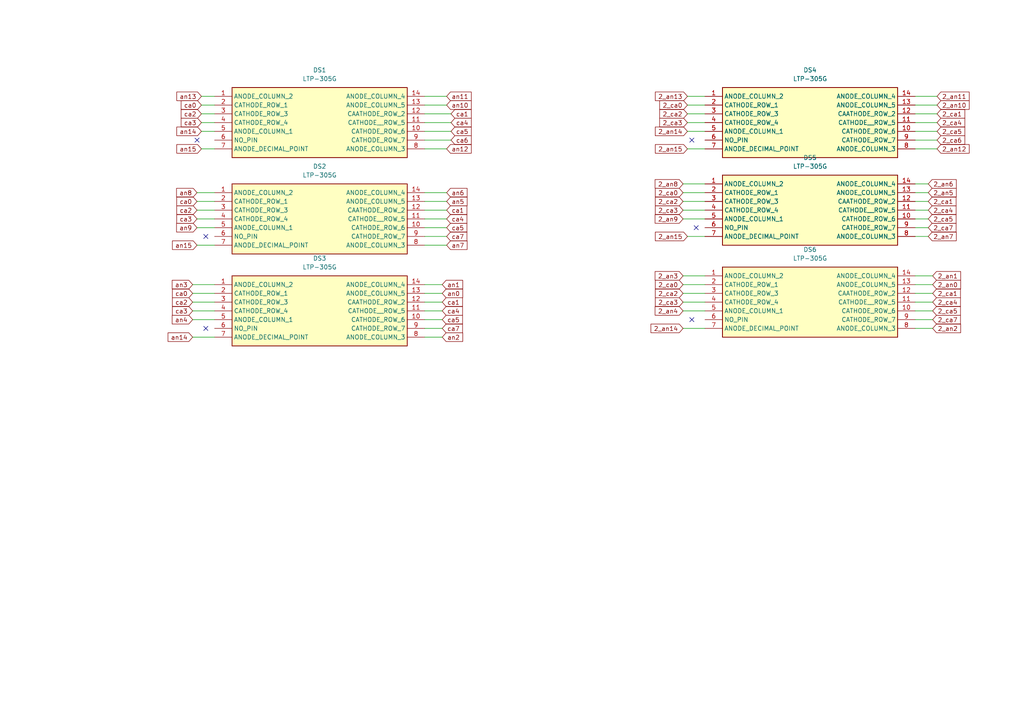
<source format=kicad_sch>
(kicad_sch (version 20230121) (generator eeschema)
  (paper "A4")
  (title_block (title "Pitanga HAT") (date "2023-10-19") (rev "2.1") (company "Andrew Tudoroi"))
  (lib_symbols
    (symbol "LTP-305G:LTP-305G"
      (property "Reference" "DS" (at 57.15 7.62 0))
      (property "Value" "LTP-305G" (at 57.15 5.08 0))
      (symbol "LTP-305G_1_1"
        (rectangle (start 5.08 2.54) (end 55.88 -17.78) (stroke (width 0.254)) (fill (type background)))
        (pin passive line (at 0 0 0) (length 5.08) (name "ANODE_COLUMN_2") (number "1"))
        (pin passive line (at 60.96 -10.16 180) (length 5.08) (name "CATHODE_ROW_6") (number "10"))
        (pin passive line (at 60.96 -7.62 180) (length 5.08) (name "CATHODE__ROW_5") (number "11"))
        (pin passive line (at 60.96 -5.08 180) (length 5.08) (name "CAATHODE_ROW_2") (number "12"))
        (pin passive line (at 60.96 -2.54 180) (length 5.08) (name "ANODE_COLUMN_5") (number "13"))
        (pin passive line (at 60.96 0 180) (length 5.08) (name "ANODE_COLUMN_4") (number "14"))
        (pin passive line (at 0 -2.54 0) (length 5.08) (name "CATHODE_ROW_1") (number "2"))
        (pin passive line (at 0 -5.08 0) (length 5.08) (name "CATHODE_ROW_3") (number "3"))
        (pin passive line (at 0 -7.62 0) (length 5.08) (name "CATHODE_ROW_4") (number "4"))
        (pin passive line (at 0 -10.16 0) (length 5.08) (name "ANODE_COLUMN_1") (number "5"))
        (pin passive line (at 0 -12.7 0) (length 5.08) (name "NO_PIN") (number "6"))
        (pin passive line (at 0 -15.24 0) (length 5.08) (name "ANODE_DECIMAL_POINT") (number "7"))
        (pin passive line (at 60.96 -15.24 180) (length 5.08) (name "ANODE_COLUMN_3") (number "8"))
        (pin passive line (at 60.96 -12.7 180) (length 5.08) (name "CATHODE_ROW_7") (number "9"))
      )
    )
  )
  (no_connect (at 59.69 95.25))
  (no_connect (at 57.15 40.64))
  (no_connect (at 201.93 66.04))
  (no_connect (at 200.66 92.71))
  (no_connect (at 200.66 40.64))
  (no_connect (at 59.69 68.58))
  (wire (pts (xy 199.39 33.02) (xy 204.47 33.02)))
  (wire (pts (xy 123.19 87.63) (xy 128.27 87.63)))
  (wire (pts (xy 55.88 90.17) (xy 62.23 90.17)))
  (wire (pts (xy 198.12 63.5) (xy 204.47 63.5)))
  (wire (pts (xy 198.12 55.88) (xy 204.47 55.88)))
  (wire (pts (xy 265.43 27.94) (xy 271.78 27.94)))
  (wire (pts (xy 57.15 66.04) (xy 62.23 66.04)))
  (wire (pts (xy 123.19 58.42) (xy 129.54 58.42)))
  (wire (pts (xy 57.15 58.42) (xy 62.23 58.42)))
  (wire (pts (xy 265.43 53.34) (xy 269.24 53.34)))
  (wire (pts (xy 57.15 71.12) (xy 62.23 71.12)))
  (wire (pts (xy 57.15 60.96) (xy 62.23 60.96)))
  (wire (pts (xy 123.19 27.94) (xy 129.54 27.94)))
  (wire (pts (xy 265.43 33.02) (xy 271.78 33.02)))
  (wire (pts (xy 265.43 68.58) (xy 269.24 68.58)))
  (wire (pts (xy 123.19 71.12) (xy 129.54 71.12)))
  (wire (pts (xy 55.88 92.71) (xy 62.23 92.71)))
  (wire (pts (xy 123.19 55.88) (xy 129.54 55.88)))
  (wire (pts (xy 198.12 60.96) (xy 204.47 60.96)))
  (wire (pts (xy 198.12 53.34) (xy 204.47 53.34)))
  (wire (pts (xy 265.43 63.5) (xy 269.24 63.5)))
  (wire (pts (xy 55.88 85.09) (xy 62.23 85.09)))
  (wire (pts (xy 265.43 80.01) (xy 270.51 80.01)))
  (wire (pts (xy 265.43 82.55) (xy 270.51 82.55)))
  (wire (pts (xy 55.88 97.79) (xy 62.23 97.79)))
  (wire (pts (xy 265.43 92.71) (xy 270.51 92.71)))
  (wire (pts (xy 123.19 92.71) (xy 128.27 92.71)))
  (wire (pts (xy 123.19 30.48) (xy 129.54 30.48)))
  (wire (pts (xy 123.19 60.96) (xy 129.54 60.96)))
  (wire (pts (xy 265.43 60.96) (xy 269.24 60.96)))
  (wire (pts (xy 265.43 95.25) (xy 270.51 95.25)))
  (wire (pts (xy 123.19 43.18) (xy 129.54 43.18)))
  (wire (pts (xy 265.43 90.17) (xy 270.51 90.17)))
  (wire (pts (xy 199.39 30.48) (xy 204.47 30.48)))
  (wire (pts (xy 198.12 87.63) (xy 204.47 87.63)))
  (wire (pts (xy 123.19 63.5) (xy 129.54 63.5)))
  (wire (pts (xy 123.19 66.04) (xy 129.54 66.04)))
  (wire (pts (xy 265.43 85.09) (xy 270.51 85.09)))
  (wire (pts (xy 123.19 68.58) (xy 129.54 68.58)))
  (wire (pts (xy 265.43 35.56) (xy 271.78 35.56)))
  (wire (pts (xy 265.43 40.64) (xy 271.78 40.64)))
  (wire (pts (xy 265.43 30.48) (xy 271.78 30.48)))
  (wire (pts (xy 123.19 82.55) (xy 128.27 82.55)))
  (wire (pts (xy 58.42 27.94) (xy 62.23 27.94)))
  (wire (pts (xy 58.42 30.48) (xy 62.23 30.48)))
  (wire (pts (xy 57.15 63.5) (xy 62.23 63.5)))
  (wire (pts (xy 265.43 38.1) (xy 271.78 38.1)))
  (wire (pts (xy 265.43 58.42) (xy 269.24 58.42)))
  (wire (pts (xy 55.88 87.63) (xy 62.23 87.63)))
  (wire (pts (xy 123.19 95.25) (xy 128.27 95.25)))
  (wire (pts (xy 57.15 55.88) (xy 62.23 55.88)))
  (wire (pts (xy 123.19 85.09) (xy 128.27 85.09)))
  (wire (pts (xy 123.19 35.56) (xy 130.81 35.56)))
  (wire (pts (xy 123.19 40.64) (xy 130.81 40.64)))
  (wire (pts (xy 199.39 27.94) (xy 204.47 27.94)))
  (wire (pts (xy 123.19 97.79) (xy 128.27 97.79)))
  (wire (pts (xy 123.19 38.1) (xy 130.81 38.1)))
  (wire (pts (xy 58.42 43.18) (xy 62.23 43.18)))
  (wire (pts (xy 199.39 35.56) (xy 204.47 35.56)))
  (wire (pts (xy 58.42 33.02) (xy 62.23 33.02)))
  (wire (pts (xy 198.12 85.09) (xy 204.47 85.09)))
  (wire (pts (xy 198.12 80.01) (xy 204.47 80.01)))
  (wire (pts (xy 123.19 90.17) (xy 128.27 90.17)))
  (wire (pts (xy 199.39 43.18) (xy 204.47 43.18)))
  (wire (pts (xy 58.42 35.56) (xy 62.23 35.56)))
  (wire (pts (xy 198.12 58.42) (xy 204.47 58.42)))
  (wire (pts (xy 198.12 90.17) (xy 204.47 90.17)))
  (wire (pts (xy 199.39 68.58) (xy 204.47 68.58)))
  (wire (pts (xy 199.39 38.1) (xy 204.47 38.1)))
  (wire (pts (xy 58.42 38.1) (xy 62.23 38.1)))
  (wire (pts (xy 198.12 82.55) (xy 204.47 82.55)))
  (wire (pts (xy 265.43 55.88) (xy 269.24 55.88)))
  (wire (pts (xy 123.19 33.02) (xy 130.81 33.02)))
  (wire (pts (xy 265.43 66.04) (xy 269.24 66.04)))
  (wire (pts (xy 265.43 87.63) (xy 270.51 87.63)))
  (wire (pts (xy 55.88 82.55) (xy 62.23 82.55)))
  (wire (pts (xy 198.12 95.25) (xy 204.47 95.25)))
  (wire (pts (xy 265.43 43.18) (xy 271.78 43.18)))
  (global_label "2_ca3" (shape input) (at 199.39 35.56 180) (property "Intersheetrefs" "${INTERSHEET_REFS}" (effects hide)))
  (global_label "2_ca0" (shape input) (at 199.39 30.48 180) (property "Intersheetrefs" "${INTERSHEET_REFS}" (effects hide)))
  (global_label "ca4" (shape input) (at 130.81 35.56 0) (property "Intersheetrefs" "${INTERSHEET_REFS}" (effects hide)))
  (global_label "2_ca0" (shape input) (at 198.12 55.88 180) (property "Intersheetrefs" "${INTERSHEET_REFS}" (effects hide)))
  (global_label "2_an15" (shape input) (at 199.39 68.58 180) (property "Intersheetrefs" "${INTERSHEET_REFS}" (effects hide)))
  (global_label "an11" (shape input) (at 129.54 27.94 0) (property "Intersheetrefs" "${INTERSHEET_REFS}" (effects hide)))
  (global_label "2_ca3" (shape input) (at 198.12 60.96 180) (property "Intersheetrefs" "${INTERSHEET_REFS}" (effects hide)))
  (global_label "2_an2" (shape input) (at 270.51 95.25 0) (property "Intersheetrefs" "${INTERSHEET_REFS}" (effects hide)))
  (global_label "2_ca4" (shape input) (at 271.78 35.56 0) (property "Intersheetrefs" "${INTERSHEET_REFS}" (effects hide)))
  (global_label "2_ca2" (shape input) (at 199.39 33.02 180) (property "Intersheetrefs" "${INTERSHEET_REFS}" (effects hide)))
  (global_label "an13" (shape input) (at 58.42 27.94 180) (property "Intersheetrefs" "${INTERSHEET_REFS}" (effects hide)))
  (global_label "2_an12" (shape input) (at 271.78 43.18 0) (property "Intersheetrefs" "${INTERSHEET_REFS}" (effects hide)))
  (global_label "ca2" (shape input) (at 57.15 60.96 180) (property "Intersheetrefs" "${INTERSHEET_REFS}" (effects hide)))
  (global_label "an15" (shape input) (at 57.15 71.12 180) (property "Intersheetrefs" "${INTERSHEET_REFS}" (effects hide)))
  (global_label "ca0" (shape input) (at 57.15 58.42 180) (property "Intersheetrefs" "${INTERSHEET_REFS}" (effects hide)))
  (global_label "an8" (shape input) (at 57.15 55.88 180) (property "Intersheetrefs" "${INTERSHEET_REFS}" (effects hide)))
  (global_label "2_ca1" (shape input) (at 271.78 33.02 0) (property "Intersheetrefs" "${INTERSHEET_REFS}" (effects hide)))
  (global_label "2_an7" (shape input) (at 269.24 68.58 0) (property "Intersheetrefs" "${INTERSHEET_REFS}" (effects hide)))
  (global_label "ca4" (shape input) (at 128.27 90.17 0) (property "Intersheetrefs" "${INTERSHEET_REFS}" (effects hide)))
  (global_label "an12" (shape input) (at 129.54 43.18 0) (property "Intersheetrefs" "${INTERSHEET_REFS}" (effects hide)))
  (global_label "an3" (shape input) (at 55.88 82.55 180) (property "Intersheetrefs" "${INTERSHEET_REFS}" (effects hide)))
  (global_label "an2" (shape input) (at 128.27 97.79 0) (property "Intersheetrefs" "${INTERSHEET_REFS}" (effects hide)))
  (global_label "2_ca5" (shape input) (at 271.78 38.1 0) (property "Intersheetrefs" "${INTERSHEET_REFS}" (effects hide)))
  (global_label "ca5" (shape input) (at 128.27 92.71 0) (property "Intersheetrefs" "${INTERSHEET_REFS}" (effects hide)))
  (global_label "ca4" (shape input) (at 129.54 63.5 0) (property "Intersheetrefs" "${INTERSHEET_REFS}" (effects hide)))
  (global_label "2_ca4" (shape input) (at 269.24 60.96 0) (property "Intersheetrefs" "${INTERSHEET_REFS}" (effects hide)))
  (global_label "an4" (shape input) (at 55.88 92.71 180) (property "Intersheetrefs" "${INTERSHEET_REFS}" (effects hide)))
  (global_label "2_ca5" (shape input) (at 270.51 90.17 0) (property "Intersheetrefs" "${INTERSHEET_REFS}" (effects hide)))
  (global_label "ca3" (shape input) (at 55.88 90.17 180) (property "Intersheetrefs" "${INTERSHEET_REFS}" (effects hide)))
  (global_label "an1" (shape input) (at 128.27 82.55 0) (property "Intersheetrefs" "${INTERSHEET_REFS}" (effects hide)))
  (global_label "an7" (shape input) (at 129.54 71.12 0) (property "Intersheetrefs" "${INTERSHEET_REFS}" (effects hide)))
  (global_label "2_an13" (shape input) (at 199.39 27.94 180) (property "Intersheetrefs" "${INTERSHEET_REFS}" (effects hide)))
  (global_label "an5" (shape input) (at 129.54 58.42 0) (property "Intersheetrefs" "${INTERSHEET_REFS}" (effects hide)))
  (global_label "2_ca4" (shape input) (at 270.51 87.63 0) (property "Intersheetrefs" "${INTERSHEET_REFS}" (effects hide)))
  (global_label "2_an8" (shape input) (at 198.12 53.34 180) (property "Intersheetrefs" "${INTERSHEET_REFS}" (effects hide)))
  (global_label "2_ca7" (shape input) (at 269.24 66.04 0) (property "Intersheetrefs" "${INTERSHEET_REFS}" (effects hide)))
  (global_label "ca1" (shape input) (at 129.54 60.96 0) (property "Intersheetrefs" "${INTERSHEET_REFS}" (effects hide)))
  (global_label "2_ca3" (shape input) (at 198.12 87.63 180) (property "Intersheetrefs" "${INTERSHEET_REFS}" (effects hide)))
  (global_label "2_ca0" (shape input) (at 198.12 82.55 180) (property "Intersheetrefs" "${INTERSHEET_REFS}" (effects hide)))
  (global_label "2_an10" (shape input) (at 271.78 30.48 0) (property "Intersheetrefs" "${INTERSHEET_REFS}" (effects hide)))
  (global_label "ca7" (shape input) (at 129.54 68.58 0) (property "Intersheetrefs" "${INTERSHEET_REFS}" (effects hide)))
  (global_label "2_an15" (shape input) (at 199.39 43.18 180) (property "Intersheetrefs" "${INTERSHEET_REFS}" (effects hide)))
  (global_label "2_an0" (shape input) (at 270.51 82.55 0) (property "Intersheetrefs" "${INTERSHEET_REFS}" (effects hide)))
  (global_label "2_an5" (shape input) (at 269.24 55.88 0) (property "Intersheetrefs" "${INTERSHEET_REFS}" (effects hide)))
  (global_label "2_an9" (shape input) (at 198.12 63.5 180) (property "Intersheetrefs" "${INTERSHEET_REFS}" (effects hide)))
  (global_label "ca0" (shape input) (at 55.88 85.09 180) (property "Intersheetrefs" "${INTERSHEET_REFS}" (effects hide)))
  (global_label "2_ca7" (shape input) (at 270.51 92.71 0) (property "Intersheetrefs" "${INTERSHEET_REFS}" (effects hide)))
  (global_label "2_an11" (shape input) (at 271.78 27.94 0) (property "Intersheetrefs" "${INTERSHEET_REFS}" (effects hide)))
  (global_label "2_an1" (shape input) (at 270.51 80.01 0) (property "Intersheetrefs" "${INTERSHEET_REFS}" (effects hide)))
  (global_label "ca7" (shape input) (at 128.27 95.25 0) (property "Intersheetrefs" "${INTERSHEET_REFS}" (effects hide)))
  (global_label "2_ca6" (shape input) (at 271.78 40.64 0) (property "Intersheetrefs" "${INTERSHEET_REFS}" (effects hide)))
  (global_label "ca2" (shape input) (at 55.88 87.63 180) (property "Intersheetrefs" "${INTERSHEET_REFS}" (effects hide)))
  (global_label "2_ca1" (shape input) (at 269.24 58.42 0) (property "Intersheetrefs" "${INTERSHEET_REFS}" (effects hide)))
  (global_label "an9" (shape input) (at 57.15 66.04 180) (property "Intersheetrefs" "${INTERSHEET_REFS}" (effects hide)))
  (global_label "2_an3" (shape input) (at 198.12 80.01 180) (property "Intersheetrefs" "${INTERSHEET_REFS}" (effects hide)))
  (global_label "ca1" (shape input) (at 128.27 87.63 0) (property "Intersheetrefs" "${INTERSHEET_REFS}" (effects hide)))
  (global_label "an14" (shape input) (at 55.88 97.79 180) (property "Intersheetrefs" "${INTERSHEET_REFS}" (effects hide)))
  (global_label "ca3" (shape input) (at 58.42 35.56 180) (property "Intersheetrefs" "${INTERSHEET_REFS}" (effects hide)))
  (global_label "2_an14" (shape input) (at 198.12 95.25 180) (property "Intersheetrefs" "${INTERSHEET_REFS}" (effects hide)))
  (global_label "2_ca5" (shape input) (at 269.24 63.5 0) (property "Intersheetrefs" "${INTERSHEET_REFS}" (effects hide)))
  (global_label "2_an4" (shape input) (at 198.12 90.17 180) (property "Intersheetrefs" "${INTERSHEET_REFS}" (effects hide)))
  (global_label "ca1" (shape input) (at 130.81 33.02 0) (property "Intersheetrefs" "${INTERSHEET_REFS}" (effects hide)))
  (global_label "ca5" (shape input) (at 129.54 66.04 0) (property "Intersheetrefs" "${INTERSHEET_REFS}" (effects hide)))
  (global_label "2_ca2" (shape input) (at 198.12 85.09 180) (property "Intersheetrefs" "${INTERSHEET_REFS}" (effects hide)))
  (global_label "ca2" (shape input) (at 58.42 33.02 180) (property "Intersheetrefs" "${INTERSHEET_REFS}" (effects hide)))
  (global_label "an6" (shape input) (at 129.54 55.88 0) (property "Intersheetrefs" "${INTERSHEET_REFS}" (effects hide)))
  (global_label "an14" (shape input) (at 58.42 38.1 180) (property "Intersheetrefs" "${INTERSHEET_REFS}" (effects hide)))
  (global_label "ca3" (shape input) (at 57.15 63.5 180) (property "Intersheetrefs" "${INTERSHEET_REFS}" (effects hide)))
  (global_label "an10" (shape input) (at 129.54 30.48 0) (property "Intersheetrefs" "${INTERSHEET_REFS}" (effects hide)))
  (global_label "ca5" (shape input) (at 130.81 38.1 0) (property "Intersheetrefs" "${INTERSHEET_REFS}" (effects hide)))
  (global_label "2_an14" (shape input) (at 199.39 38.1 180) (property "Intersheetrefs" "${INTERSHEET_REFS}" (effects hide)))
  (global_label "2_an6" (shape input) (at 269.24 53.34 0) (property "Intersheetrefs" "${INTERSHEET_REFS}" (effects hide)))
  (global_label "2_ca1" (shape input) (at 270.51 85.09 0) (property "Intersheetrefs" "${INTERSHEET_REFS}" (effects hide)))
  (global_label "2_ca2" (shape input) (at 198.12 58.42 180) (property "Intersheetrefs" "${INTERSHEET_REFS}" (effects hide)))
  (global_label "ca0" (shape input) (at 58.42 30.48 180) (property "Intersheetrefs" "${INTERSHEET_REFS}" (effects hide)))
  (global_label "an0" (shape input) (at 128.27 85.09 0) (property "Intersheetrefs" "${INTERSHEET_REFS}" (effects hide)))
  (global_label "an15" (shape input) (at 58.42 43.18 180) (property "Intersheetrefs" "${INTERSHEET_REFS}" (effects hide)))
  (global_label "ca6" (shape input) (at 130.81 40.64 0) (property "Intersheetrefs" "${INTERSHEET_REFS}" (effects hide)))
  (symbol (lib_id "LTP-305G:LTP-305G") (at 62.23 27.94 0) (unit 1)
    (property "Reference" "DS1" (at 92.71 20.32 0))
    (property "Value" "LTP-305G" (at 92.71 22.86 0))
    (property "Footprint" "Library:DIPS762W50P254L1850H400Q14N" (effects hide))
    (property "Datasheet" "https://media.digikey.com/pdf/Data%20Sheets/Lite-On%20PDFs/LTP-305G.pdf" (effects hide))
    (property "Height" "4" (effects hide))
    (property "Manufacturer_Name" "Lite-On" (effects hide))
    (property "Manufacturer_Part_Number" "LTP-305G" (effects hide))
    (property "Mouser Part Number" "859-LTP-305G" (effects hide))
    (property "Mouser Price/Stock" "https://www.mouser.co.uk/ProductDetail/Lite-On/LTP-305G?qs=gnaPJ2cis70tTyscg55DVQ%3D%3D" (effects hide))
    (property "Arrow Part Number" "LTP-305G" (effects hide))
    (property "Arrow Price/Stock" "https://www.arrow.com/en/products/ltp-305g/lite-on-technology?region=nac" (effects hide))
  )
  (symbol (lib_id "LTP-305G:LTP-305G") (at 62.23 82.55 0) (unit 1)
    (property "Reference" "DS3" (at 92.71 74.93 0))
    (property "Value" "LTP-305G" (at 92.71 77.47 0))
    (property "Footprint" "Library:DIPS762W50P254L1850H400Q14N" (effects hide))
    (property "Datasheet" "https://media.digikey.com/pdf/Data%20Sheets/Lite-On%20PDFs/LTP-305G.pdf" (effects hide))
    (property "Height" "4" (effects hide))
    (property "Manufacturer_Name" "Lite-On" (effects hide))
    (property "Manufacturer_Part_Number" "LTP-305G" (effects hide))
    (property "Mouser Part Number" "859-LTP-305G" (effects hide))
    (property "Mouser Price/Stock" "https://www.mouser.co.uk/ProductDetail/Lite-On/LTP-305G?qs=gnaPJ2cis70tTyscg55DVQ%3D%3D" (effects hide))
    (property "Arrow Part Number" "LTP-305G" (effects hide))
    (property "Arrow Price/Stock" "https://www.arrow.com/en/products/ltp-305g/lite-on-technology?region=nac" (effects hide))
  )
  (symbol (lib_id "LTP-305G:LTP-305G") (at 204.47 80.01 0) (unit 1)
    (property "Reference" "DS6" (at 234.95 72.39 0))
    (property "Value" "LTP-305G" (at 234.95 74.93 0))
    (property "Footprint" "Library:DIPS762W50P254L1850H400Q14N" (effects hide))
    (property "Datasheet" "https://media.digikey.com/pdf/Data%20Sheets/Lite-On%20PDFs/LTP-305G.pdf" (effects hide))
    (property "Height" "4" (effects hide))
    (property "Manufacturer_Name" "Lite-On" (effects hide))
    (property "Manufacturer_Part_Number" "LTP-305G" (effects hide))
    (property "Mouser Part Number" "859-LTP-305G" (effects hide))
    (property "Mouser Price/Stock" "https://www.mouser.co.uk/ProductDetail/Lite-On/LTP-305G?qs=gnaPJ2cis70tTyscg55DVQ%3D%3D" (effects hide))
    (property "Arrow Part Number" "LTP-305G" (effects hide))
    (property "Arrow Price/Stock" "https://www.arrow.com/en/products/ltp-305g/lite-on-technology?region=nac" (effects hide))
  )
  (symbol (lib_id "LTP-305G:LTP-305G") (at 204.47 27.94 0) (unit 1)
    (property "Reference" "DS4" (at 234.95 20.32 0))
    (property "Value" "LTP-305G" (at 234.95 22.86 0))
    (property "Footprint" "Library:DIPS762W50P254L1850H400Q14N" (effects hide))
    (property "Datasheet" "https://media.digikey.com/pdf/Data%20Sheets/Lite-On%20PDFs/LTP-305G.pdf" (effects hide))
    (property "Height" "4" (effects hide))
    (property "Manufacturer_Name" "Lite-On" (effects hide))
    (property "Manufacturer_Part_Number" "LTP-305G" (effects hide))
    (property "Mouser Part Number" "859-LTP-305G" (effects hide))
    (property "Mouser Price/Stock" "https://www.mouser.co.uk/ProductDetail/Lite-On/LTP-305G?qs=gnaPJ2cis70tTyscg55DVQ%3D%3D" (effects hide))
    (property "Arrow Part Number" "LTP-305G" (effects hide))
    (property "Arrow Price/Stock" "https://www.arrow.com/en/products/ltp-305g/lite-on-technology?region=nac" (effects hide))
  )
  (symbol (lib_id "LTP-305G:LTP-305G") (at 204.47 53.34 0) (unit 1)
    (property "Reference" "DS5" (at 234.95 45.72 0))
    (property "Value" "LTP-305G" (at 234.95 48.26 0))
    (property "Footprint" "Library:DIPS762W50P254L1850H400Q14N" (effects hide))
    (property "Datasheet" "https://media.digikey.com/pdf/Data%20Sheets/Lite-On%20PDFs/LTP-305G.pdf" (effects hide))
    (property "Height" "4" (effects hide))
    (property "Manufacturer_Name" "Lite-On" (effects hide))
    (property "Manufacturer_Part_Number" "LTP-305G" (effects hide))
    (property "Mouser Part Number" "859-LTP-305G" (effects hide))
    (property "Mouser Price/Stock" "https://www.mouser.co.uk/ProductDetail/Lite-On/LTP-305G?qs=gnaPJ2cis70tTyscg55DVQ%3D%3D" (effects hide))
    (property "Arrow Part Number" "LTP-305G" (effects hide))
    (property "Arrow Price/Stock" "https://www.arrow.com/en/products/ltp-305g/lite-on-technology?region=nac" (effects hide))
  )
  (symbol (lib_id "LTP-305G:LTP-305G") (at 62.23 55.88 0) (unit 1)
    (property "Reference" "DS2" (at 92.71 48.26 0))
    (property "Value" "LTP-305G" (at 92.71 50.8 0))
    (property "Footprint" "Library:DIPS762W50P254L1850H400Q14N" (effects hide))
    (property "Datasheet" "https://media.digikey.com/pdf/Data%20Sheets/Lite-On%20PDFs/LTP-305G.pdf" (effects hide))
    (property "Height" "4" (effects hide))
    (property "Manufacturer_Name" "Lite-On" (effects hide))
    (property "Manufacturer_Part_Number" "LTP-305G" (effects hide))
    (property "Mouser Part Number" "859-LTP-305G" (effects hide))
    (property "Mouser Price/Stock" "https://www.mouser.co.uk/ProductDetail/Lite-On/LTP-305G?qs=gnaPJ2cis70tTyscg55DVQ%3D%3D" (effects hide))
    (property "Arrow Part Number" "LTP-305G" (effects hide))
    (property "Arrow Price/Stock" "https://www.arrow.com/en/products/ltp-305g/lite-on-technology?region=nac" (effects hide))
  )
)
</source>
